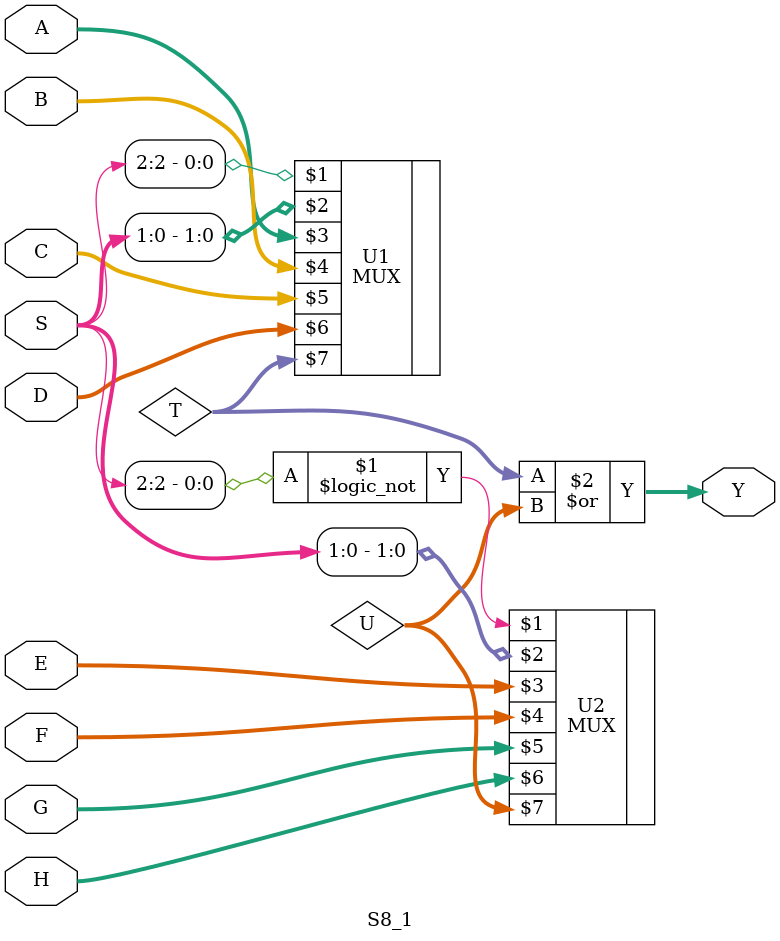
<source format=v>
`timescale 1ns / 1ps

module S8_1(A,B,C,D,E,F,G,H,S,Y);
input [3:0]A,B,C,D,E,F,G,H;
input [2:0]S;
output [3:0]Y;
wire [3:0]T,U;
MUX U1(S[2],S[1:0],A,B,C,D,T);
MUX U2(!S[2],S[1:0],E,F,G,H,U);
assign Y=T|U;
endmodule

</source>
